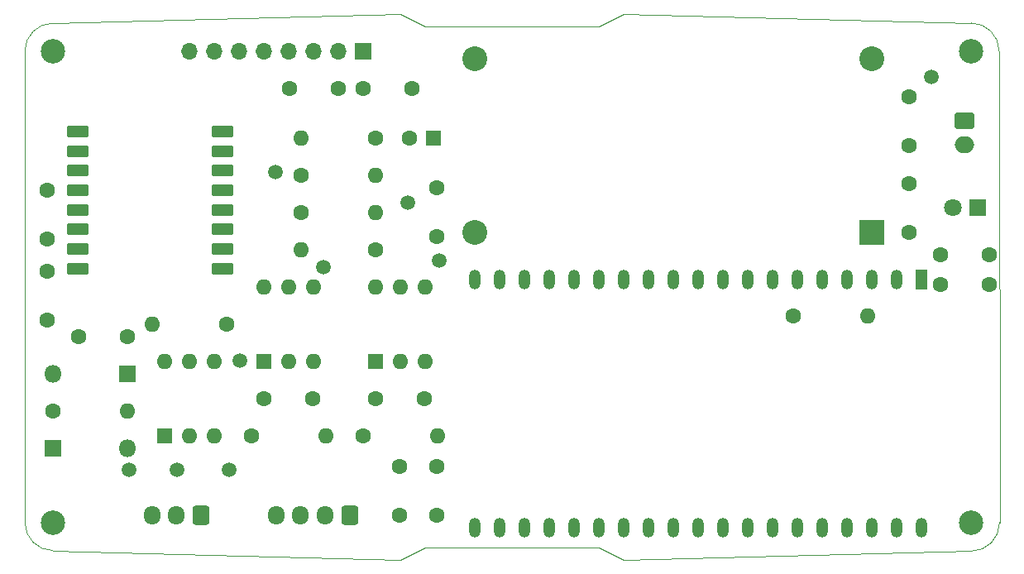
<source format=gbr>
G04 #@! TF.GenerationSoftware,KiCad,Pcbnew,7.0.9*
G04 #@! TF.CreationDate,2023-12-29T13:55:22-03:00*
G04 #@! TF.ProjectId,UECU,55454355-2e6b-4696-9361-645f70636258,v2.4*
G04 #@! TF.SameCoordinates,Original*
G04 #@! TF.FileFunction,Soldermask,Top*
G04 #@! TF.FilePolarity,Negative*
%FSLAX46Y46*%
G04 Gerber Fmt 4.6, Leading zero omitted, Abs format (unit mm)*
G04 Created by KiCad (PCBNEW 7.0.9) date 2023-12-29 13:55:22*
%MOMM*%
%LPD*%
G01*
G04 APERTURE LIST*
G04 Aperture macros list*
%AMRoundRect*
0 Rectangle with rounded corners*
0 $1 Rounding radius*
0 $2 $3 $4 $5 $6 $7 $8 $9 X,Y pos of 4 corners*
0 Add a 4 corners polygon primitive as box body*
4,1,4,$2,$3,$4,$5,$6,$7,$8,$9,$2,$3,0*
0 Add four circle primitives for the rounded corners*
1,1,$1+$1,$2,$3*
1,1,$1+$1,$4,$5*
1,1,$1+$1,$6,$7*
1,1,$1+$1,$8,$9*
0 Add four rect primitives between the rounded corners*
20,1,$1+$1,$2,$3,$4,$5,0*
20,1,$1+$1,$4,$5,$6,$7,0*
20,1,$1+$1,$6,$7,$8,$9,0*
20,1,$1+$1,$8,$9,$2,$3,0*%
G04 Aperture macros list end*
%ADD10C,1.500000*%
%ADD11C,1.600000*%
%ADD12O,1.600000X1.600000*%
%ADD13RoundRect,0.250000X0.600000X0.725000X-0.600000X0.725000X-0.600000X-0.725000X0.600000X-0.725000X0*%
%ADD14O,1.700000X1.950000*%
%ADD15RoundRect,0.102000X0.975000X0.525000X-0.975000X0.525000X-0.975000X-0.525000X0.975000X-0.525000X0*%
%ADD16RoundRect,0.102000X-0.975000X-0.525000X0.975000X-0.525000X0.975000X0.525000X-0.975000X0.525000X0*%
%ADD17C,2.500000*%
%ADD18R,1.800000X1.800000*%
%ADD19O,1.800000X1.800000*%
%ADD20R,1.600000X1.600000*%
%ADD21R,2.540000X2.540000*%
%ADD22C,2.540000*%
%ADD23O,2.000000X1.700000*%
%ADD24RoundRect,0.250000X-0.750000X0.600000X-0.750000X-0.600000X0.750000X-0.600000X0.750000X0.600000X0*%
%ADD25C,1.800000*%
%ADD26R,1.700000X1.700000*%
%ADD27O,1.700000X1.700000*%
%ADD28R,1.200000X2.000000*%
%ADD29O,1.200000X2.000000*%
G04 #@! TA.AperFunction,Profile*
%ADD30C,0.100000*%
G04 #@! TD*
G04 APERTURE END LIST*
D10*
X89573200Y-71437600D03*
D11*
X75400000Y-62700000D03*
D12*
X83020000Y-62700000D03*
D11*
X125819000Y-77076400D03*
D12*
X133439000Y-77076400D03*
D13*
X80360000Y-97515000D03*
D14*
X77860000Y-97515000D03*
X75360000Y-97515000D03*
X72860000Y-97515000D03*
D11*
X83020000Y-70320000D03*
D12*
X75400000Y-70320000D03*
D15*
X67340000Y-72240000D03*
X67340000Y-70240000D03*
X67340000Y-68240000D03*
X67340000Y-66240000D03*
X67340000Y-64240000D03*
X67340000Y-62240000D03*
X67340000Y-60240000D03*
X67340000Y-58240000D03*
D16*
X52540000Y-58240000D03*
X52540000Y-60240000D03*
X52540000Y-62240000D03*
X52540000Y-64240000D03*
X52540000Y-66240000D03*
X52540000Y-68240000D03*
X52540000Y-70240000D03*
X52540000Y-72240000D03*
D11*
X50000000Y-86830000D03*
D12*
X57620000Y-86830000D03*
D11*
X137630000Y-59690000D03*
X137630000Y-54690000D03*
D17*
X50000000Y-50000000D03*
D11*
X81750000Y-89370000D03*
D12*
X89370000Y-89370000D03*
D11*
X89319200Y-97523400D03*
X89319200Y-92523400D03*
D18*
X57620000Y-83020000D03*
D19*
X50000000Y-83020000D03*
D20*
X71590000Y-81750000D03*
D12*
X74130000Y-81750000D03*
X76670000Y-81750000D03*
X76670000Y-74130000D03*
X74130000Y-74130000D03*
X71590000Y-74130000D03*
D20*
X83035000Y-81740000D03*
D12*
X85575000Y-81740000D03*
X88115000Y-81740000D03*
X88115000Y-74120000D03*
X85575000Y-74120000D03*
X83035000Y-74120000D03*
D10*
X69100800Y-81699200D03*
D20*
X88963600Y-58890000D03*
D11*
X86463600Y-58890000D03*
D10*
X62700000Y-92875200D03*
X139916000Y-52641600D03*
X72758400Y-62395200D03*
D11*
X81790000Y-53810000D03*
X86790000Y-53810000D03*
D21*
X133820000Y-68542000D03*
D22*
X133820000Y-50762000D03*
X93180000Y-50762000D03*
X93180000Y-68542000D03*
D11*
X83020000Y-58890000D03*
D12*
X75400000Y-58890000D03*
D23*
X143319600Y-59612000D03*
D24*
X143319600Y-57112000D03*
D11*
X79210000Y-53810000D03*
X74210000Y-53810000D03*
D20*
X61445000Y-89360000D03*
D12*
X63985000Y-89360000D03*
X66525000Y-89360000D03*
X66525000Y-81740000D03*
X63985000Y-81740000D03*
X61445000Y-81740000D03*
D17*
X143980000Y-50000000D03*
D13*
X65160000Y-97515000D03*
D14*
X62660000Y-97515000D03*
X60160000Y-97515000D03*
D11*
X49415800Y-69202400D03*
X49415800Y-64202400D03*
X137630000Y-68542000D03*
X137630000Y-63542000D03*
D10*
X68034000Y-92875200D03*
X77686000Y-72098000D03*
D11*
X70320000Y-89370000D03*
D12*
X77940000Y-89370000D03*
D18*
X144640400Y-66040000D03*
D25*
X142100400Y-66040000D03*
D11*
X140830400Y-70828000D03*
X145830400Y-70828000D03*
X57620000Y-79210000D03*
X52620000Y-79210000D03*
X67780000Y-77940000D03*
D12*
X60160000Y-77940000D03*
D26*
X81750000Y-50000000D03*
D27*
X79210000Y-50000000D03*
X76670000Y-50000000D03*
X74130000Y-50000000D03*
X71590000Y-50000000D03*
X69050000Y-50000000D03*
X66510000Y-50000000D03*
X63970000Y-50000000D03*
D17*
X143980000Y-98260000D03*
D28*
X138900000Y-73368000D03*
D29*
X136360000Y-73368000D03*
X133820000Y-73368000D03*
X131280000Y-73368000D03*
X128740000Y-73368000D03*
X126200000Y-73368000D03*
X123660000Y-73368000D03*
X121120000Y-73368000D03*
X118580000Y-73368000D03*
X116040000Y-73368000D03*
X113500000Y-73368000D03*
X110960000Y-73368000D03*
X108420000Y-73368000D03*
X105880000Y-73368000D03*
X103340000Y-73368000D03*
X100800000Y-73368000D03*
X98260000Y-73368000D03*
X95720000Y-73368000D03*
X93180000Y-73368000D03*
X93182720Y-98764320D03*
X95722720Y-98764320D03*
X98260000Y-98768000D03*
X100800000Y-98768000D03*
X103340000Y-98768000D03*
X105880000Y-98768000D03*
X108420000Y-98768000D03*
X110960000Y-98768000D03*
X113500000Y-98768000D03*
X116040000Y-98768000D03*
X118580000Y-98768000D03*
X121120000Y-98768000D03*
X123660000Y-98768000D03*
X126200000Y-98768000D03*
X128740000Y-98768000D03*
X131280000Y-98768000D03*
X133820000Y-98768000D03*
X136360000Y-98768000D03*
X138900000Y-98768000D03*
D17*
X50000000Y-98260000D03*
D18*
X50000000Y-90640000D03*
D19*
X57620000Y-90640000D03*
D11*
X83060000Y-85560000D03*
X88060000Y-85560000D03*
X89330000Y-63970000D03*
X89330000Y-68970000D03*
D10*
X86322000Y-65494000D03*
D11*
X71630000Y-85560000D03*
X76630000Y-85560000D03*
X140830400Y-73876000D03*
X145830400Y-73876000D03*
X75400000Y-66510000D03*
D12*
X83020000Y-66510000D03*
D10*
X57772400Y-92875200D03*
D11*
X85509200Y-97523400D03*
X85509200Y-92523400D03*
X49390400Y-72504400D03*
X49390400Y-77504400D03*
D30*
X88100000Y-47460000D02*
X85560000Y-46190000D01*
X146864774Y-50000000D02*
G75*
G03*
X143980000Y-47115226I-2884774J0D01*
G01*
X105880000Y-47460000D02*
X108420000Y-46190000D01*
X105880000Y-100800000D02*
X108420000Y-102070000D01*
X47141831Y-98260000D02*
X47133390Y-50000000D01*
X88100000Y-47460000D02*
X105880000Y-47460000D01*
X146864774Y-50000000D02*
X146907951Y-98260000D01*
X85560000Y-102070000D02*
X50000000Y-101118169D01*
X88100000Y-100800000D02*
X105880000Y-100800000D01*
X50000000Y-47133390D02*
G75*
G03*
X47133390Y-50000000I0J-2866610D01*
G01*
X143980000Y-101187951D02*
X108420000Y-102070000D01*
X143980000Y-101187951D02*
G75*
G03*
X146907951Y-98260000I0J2927951D01*
G01*
X143980000Y-47115226D02*
X108420000Y-46190000D01*
X47141831Y-98260000D02*
G75*
G03*
X50000000Y-101118169I2858169J0D01*
G01*
X85560000Y-46190000D02*
X50000000Y-47133390D01*
X88100000Y-100800000D02*
X85560000Y-102070000D01*
M02*

</source>
